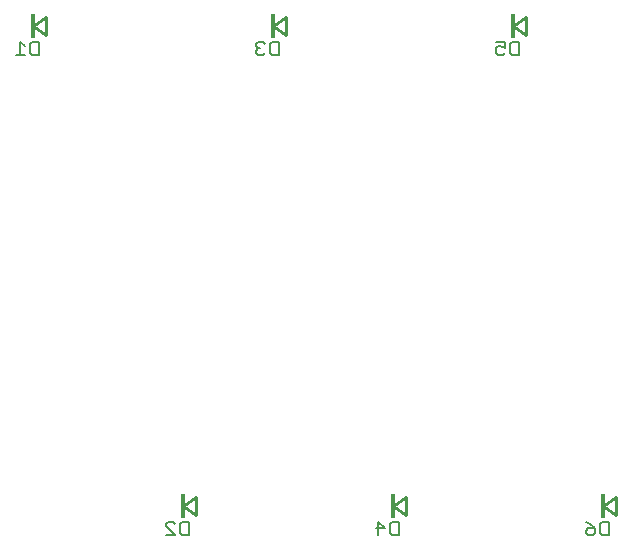
<source format=gbl>
G75*
%MOIN*%
%OFA0B0*%
%FSLAX25Y25*%
%IPPOS*%
%LPD*%
%AMOC8*
5,1,8,0,0,1.08239X$1,22.5*
%
%ADD10C,0.01000*%
%ADD11C,0.00500*%
%ADD12R,0.01181X0.08268*%
D10*
X0465370Y0119333D02*
X0469504Y0122089D01*
X0469504Y0116381D01*
X0465370Y0119333D01*
X0535370Y0119333D02*
X0539504Y0122089D01*
X0539504Y0116381D01*
X0535370Y0119333D01*
X0605370Y0119333D02*
X0609504Y0122089D01*
X0609504Y0116381D01*
X0605370Y0119333D01*
X0579504Y0276381D02*
X0579504Y0282089D01*
X0575370Y0279333D01*
X0579504Y0276381D01*
X0499504Y0276381D02*
X0499504Y0282089D01*
X0495370Y0279333D01*
X0499504Y0276381D01*
X0419504Y0276381D02*
X0419504Y0282089D01*
X0415370Y0279333D01*
X0419504Y0276381D01*
D11*
X0459477Y0109520D02*
X0462480Y0109520D01*
X0459477Y0112523D01*
X0459477Y0113274D01*
X0460228Y0114024D01*
X0461729Y0114024D01*
X0462480Y0113274D01*
X0464081Y0113274D02*
X0464832Y0114024D01*
X0467084Y0114024D01*
X0467084Y0109520D01*
X0464832Y0109520D01*
X0464081Y0110271D01*
X0464081Y0113274D01*
X0529477Y0111772D02*
X0532480Y0111772D01*
X0530228Y0114024D01*
X0530228Y0109520D01*
X0534081Y0110271D02*
X0534081Y0113274D01*
X0534832Y0114024D01*
X0537084Y0114024D01*
X0537084Y0109520D01*
X0534832Y0109520D01*
X0534081Y0110271D01*
X0599477Y0110271D02*
X0599477Y0111022D01*
X0600228Y0111772D01*
X0602480Y0111772D01*
X0602480Y0110271D01*
X0601729Y0109520D01*
X0600228Y0109520D01*
X0599477Y0110271D01*
X0600979Y0113274D02*
X0602480Y0111772D01*
X0600979Y0113274D02*
X0599477Y0114024D01*
X0604081Y0113274D02*
X0604081Y0110271D01*
X0604832Y0109520D01*
X0607084Y0109520D01*
X0607084Y0114024D01*
X0604832Y0114024D01*
X0604081Y0113274D01*
X0577084Y0269520D02*
X0574832Y0269520D01*
X0574081Y0270271D01*
X0574081Y0273274D01*
X0574832Y0274024D01*
X0577084Y0274024D01*
X0577084Y0269520D01*
X0572480Y0270271D02*
X0571729Y0269520D01*
X0570228Y0269520D01*
X0569477Y0270271D01*
X0569477Y0271772D01*
X0570228Y0272523D01*
X0570979Y0272523D01*
X0572480Y0271772D01*
X0572480Y0274024D01*
X0569477Y0274024D01*
X0497084Y0274024D02*
X0497084Y0269520D01*
X0494832Y0269520D01*
X0494081Y0270271D01*
X0494081Y0273274D01*
X0494832Y0274024D01*
X0497084Y0274024D01*
X0492480Y0273274D02*
X0491729Y0274024D01*
X0490228Y0274024D01*
X0489477Y0273274D01*
X0489477Y0272523D01*
X0490228Y0271772D01*
X0489477Y0271022D01*
X0489477Y0270271D01*
X0490228Y0269520D01*
X0491729Y0269520D01*
X0492480Y0270271D01*
X0490979Y0271772D02*
X0490228Y0271772D01*
X0417084Y0269520D02*
X0414832Y0269520D01*
X0414081Y0270271D01*
X0414081Y0273274D01*
X0414832Y0274024D01*
X0417084Y0274024D01*
X0417084Y0269520D01*
X0412480Y0269520D02*
X0409477Y0269520D01*
X0410979Y0269520D02*
X0410979Y0274024D01*
X0412480Y0272523D01*
D12*
X0415173Y0279333D03*
X0495173Y0279333D03*
X0575173Y0279333D03*
X0605173Y0119333D03*
X0535173Y0119333D03*
X0465173Y0119333D03*
M02*

</source>
